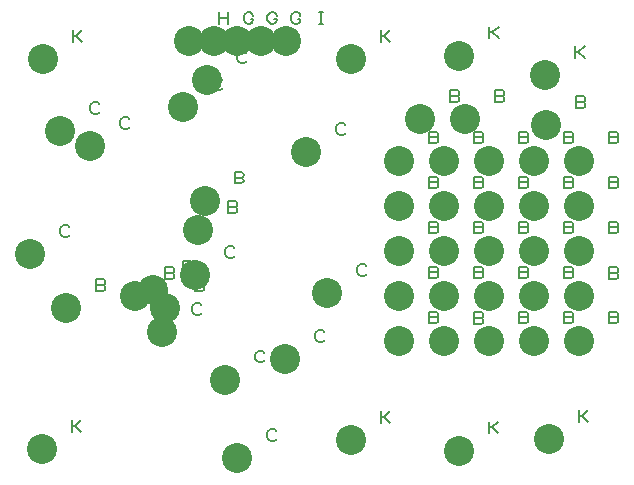
<source format=gbr>
%FSLAX23Y23*%
%MOIN*%
G04 EasyPC Gerber Version 17.0 Build 3379 *
%ADD14C,0.00500*%
%ADD13C,0.10000*%
X0Y0D02*
D02*
D13*
X813Y1288D03*
X853Y638D03*
X855Y1938D03*
X913Y1698D03*
X933Y1108D03*
X1013Y1648D03*
X1163Y1148D03*
X1223Y1168D03*
X1253Y1028D03*
X1263Y1108D03*
X1323Y1778D03*
X1343Y1998D03*
X1363Y1218D03*
X1373Y1368D03*
X1395Y1466D03*
X1403Y1868D03*
X1426Y1998D03*
X1463Y869D03*
X1503Y608D03*
X1504Y1998D03*
X1583D03*
X1663Y938D03*
X1666Y1998D03*
X1733Y1628D03*
X1803Y1158D03*
X1883Y668D03*
Y1938D03*
X2043Y1000D03*
Y1150D03*
Y1300D03*
Y1450D03*
Y1600D03*
X2113Y1738D03*
X2193Y998D03*
Y1150D03*
Y1300D03*
Y1450D03*
Y1600D03*
X2242Y634D03*
X2244Y1950D03*
X2263Y1738D03*
X2343Y1000D03*
Y1150D03*
Y1300D03*
Y1450D03*
Y1600D03*
X2493Y1000D03*
Y1150D03*
Y1300D03*
Y1450D03*
Y1600D03*
X2530Y1885D03*
X2533Y1718D03*
X2543Y672D03*
X2643Y1000D03*
Y1148D03*
Y1300D03*
Y1450D03*
Y1600D03*
D02*
D14*
X944Y1354D02*
X941Y1351D01*
X935Y1347*
X925*
X919Y1351*
X916Y1354*
X913Y1360*
Y1372*
X916Y1379*
X919Y1382*
X925Y1385*
X935*
X941Y1382*
X944Y1379*
X953Y697D02*
Y735D01*
Y716D02*
X962D01*
X984Y735*
X962Y716D02*
X984Y697D01*
X955Y1997D02*
Y2035D01*
Y2016D02*
X965D01*
X987Y2035*
X965Y2016D02*
X987Y1997D01*
X1044Y1764D02*
X1041Y1761D01*
X1035Y1757*
X1025*
X1019Y1761*
X1016Y1764*
X1013Y1770*
Y1782*
X1016Y1789*
X1019Y1792*
X1025Y1795*
X1035*
X1041Y1792*
X1044Y1789*
X1055Y1186D02*
X1061Y1183D01*
X1064Y1177*
X1061Y1171*
X1055Y1167*
X1033*
Y1205*
X1055*
X1061Y1202*
X1064Y1196*
X1061Y1189*
X1055Y1186*
X1033*
X1144Y1714D02*
X1141Y1711D01*
X1135Y1707*
X1125*
X1119Y1711*
X1116Y1714*
X1113Y1720*
Y1732*
X1116Y1739*
X1119Y1742*
X1125Y1745*
X1135*
X1141Y1742*
X1144Y1739*
X1285Y1226D02*
X1291Y1223D01*
X1294Y1217*
X1291Y1211*
X1285Y1207*
X1263*
Y1245*
X1285*
X1291Y1242*
X1294Y1236*
X1291Y1229*
X1285Y1226*
X1263*
X1345Y1246D02*
X1351Y1243D01*
X1354Y1237*
X1351Y1231*
X1345Y1227*
X1323*
Y1265*
X1345*
X1351Y1262*
X1354Y1256*
X1351Y1249*
X1345Y1246*
X1323*
X1384Y1094D02*
X1381Y1091D01*
X1375Y1087*
X1365*
X1359Y1091*
X1356Y1094*
X1353Y1100*
Y1112*
X1356Y1119*
X1359Y1122*
X1365Y1125*
X1375*
X1381Y1122*
X1384Y1119*
X1385Y1186D02*
X1391Y1183D01*
X1394Y1177*
X1391Y1171*
X1385Y1167*
X1363*
Y1205*
X1385*
X1391Y1202*
X1394Y1196*
X1391Y1189*
X1385Y1186*
X1363*
X1454Y1844D02*
X1451Y1841D01*
X1445Y1837*
X1435*
X1429Y1841*
X1426Y1844*
X1423Y1850*
Y1862*
X1426Y1869*
X1429Y1872*
X1435Y1875*
X1445*
X1451Y1872*
X1454Y1869*
X1443Y2057D02*
Y2095D01*
Y2076D02*
X1474D01*
Y2057D02*
Y2095D01*
X1494Y1284D02*
X1491Y1281D01*
X1485Y1277*
X1475*
X1469Y1281*
X1466Y1284*
X1463Y1290*
Y1302*
X1466Y1309*
X1469Y1312*
X1475Y1315*
X1485*
X1491Y1312*
X1494Y1309*
X1495Y1446D02*
X1501Y1443D01*
X1504Y1437*
X1501Y1431*
X1495Y1427*
X1473*
Y1465*
X1495*
X1501Y1462*
X1504Y1456*
X1501Y1449*
X1495Y1446*
X1473*
X1517Y1544D02*
X1524Y1541D01*
X1527Y1534*
X1524Y1528*
X1517Y1525*
X1495*
Y1562*
X1517*
X1524Y1559*
X1527Y1553*
X1524Y1547*
X1517Y1544*
X1495*
X1534Y1934D02*
X1531Y1931D01*
X1525Y1927*
X1515*
X1509Y1931*
X1506Y1934*
X1503Y1940*
Y1952*
X1506Y1959*
X1509Y1962*
X1515Y1965*
X1525*
X1531Y1962*
X1534Y1959*
X1548Y2073D02*
X1557D01*
Y2070*
X1554Y2064*
X1551Y2061*
X1544Y2057*
X1538*
X1532Y2061*
X1529Y2064*
X1526Y2070*
Y2082*
X1529Y2089*
X1532Y2092*
X1538Y2095*
X1544*
X1551Y2092*
X1554Y2089*
X1557Y2082*
X1594Y935D02*
X1591Y932D01*
X1585Y928*
X1575*
X1569Y932*
X1566Y935*
X1563Y941*
Y953*
X1566Y960*
X1569Y963*
X1575Y966*
X1585*
X1591Y963*
X1594Y960*
X1634Y674D02*
X1631Y671D01*
X1625Y667*
X1615*
X1609Y671*
X1606Y674*
X1603Y680*
Y692*
X1606Y699*
X1609Y702*
X1615Y705*
X1625*
X1631Y702*
X1634Y699*
X1626Y2073D02*
X1636D01*
Y2070*
X1633Y2064*
X1629Y2061*
X1623Y2057*
X1617*
X1611Y2061*
X1608Y2064*
X1604Y2070*
Y2082*
X1608Y2089*
X1611Y2092*
X1617Y2095*
X1623*
X1629Y2092*
X1633Y2089*
X1636Y2082*
X1705Y2073D02*
X1714D01*
Y2070*
X1711Y2064*
X1708Y2061*
X1702Y2057*
X1696*
X1689Y2061*
X1686Y2064*
X1683Y2070*
Y2082*
X1686Y2089*
X1689Y2092*
X1696Y2095*
X1702*
X1708Y2092*
X1711Y2089*
X1714Y2082*
X1794Y1004D02*
X1791Y1001D01*
X1785Y997*
X1775*
X1769Y1001*
X1766Y1004*
X1763Y1010*
Y1022*
X1766Y1029*
X1769Y1032*
X1775Y1035*
X1785*
X1791Y1032*
X1794Y1029*
X1775Y2057D02*
X1788D01*
X1781D02*
Y2095D01*
X1775D02*
X1788D01*
X1864Y1694D02*
X1861Y1691D01*
X1855Y1687*
X1845*
X1839Y1691*
X1836Y1694*
X1833Y1700*
Y1712*
X1836Y1719*
X1839Y1722*
X1845Y1725*
X1855*
X1861Y1722*
X1864Y1719*
X1934Y1224D02*
X1931Y1221D01*
X1925Y1217*
X1915*
X1909Y1221*
X1906Y1224*
X1903Y1230*
Y1242*
X1906Y1249*
X1909Y1252*
X1915Y1255*
X1925*
X1931Y1252*
X1934Y1249*
X1983Y727D02*
Y765D01*
Y746D02*
X1992D01*
X2014Y765*
X1992Y746D02*
X2014Y727D01*
X1983Y1997D02*
Y2035D01*
Y2016D02*
X1992D01*
X2014Y2035*
X1992Y2016D02*
X2014Y1997D01*
X2165Y1078D02*
X2171Y1075D01*
X2174Y1069*
X2171Y1062*
X2165Y1059*
X2143*
Y1097*
X2165*
X2171Y1094*
X2174Y1087*
X2171Y1081*
X2165Y1078*
X2143*
X2165Y1228D02*
X2171Y1225D01*
X2174Y1219*
X2171Y1212*
X2165Y1209*
X2143*
Y1247*
X2165*
X2171Y1244*
X2174Y1237*
X2171Y1231*
X2165Y1228*
X2143*
X2165Y1378D02*
X2171Y1375D01*
X2174Y1369*
X2171Y1362*
X2165Y1359*
X2143*
Y1397*
X2165*
X2171Y1394*
X2174Y1387*
X2171Y1381*
X2165Y1378*
X2143*
X2165Y1528D02*
X2171Y1525D01*
X2174Y1519*
X2171Y1512*
X2165Y1509*
X2143*
Y1547*
X2165*
X2171Y1544*
X2174Y1537*
X2171Y1531*
X2165Y1528*
X2143*
X2165Y1678D02*
X2171Y1675D01*
X2174Y1669*
X2171Y1662*
X2165Y1659*
X2143*
Y1697*
X2165*
X2171Y1694*
X2174Y1687*
X2171Y1681*
X2165Y1678*
X2143*
X2235Y1816D02*
X2241Y1813D01*
X2244Y1807*
X2241Y1801*
X2235Y1797*
X2213*
Y1835*
X2235*
X2241Y1832*
X2244Y1826*
X2241Y1819*
X2235Y1816*
X2213*
X2315Y1076D02*
X2321Y1073D01*
X2324Y1067*
X2321Y1061*
X2315Y1057*
X2293*
Y1095*
X2315*
X2321Y1092*
X2324Y1086*
X2321Y1079*
X2315Y1076*
X2293*
X2315Y1228D02*
X2321Y1225D01*
X2324Y1219*
X2321Y1212*
X2315Y1209*
X2293*
Y1247*
X2315*
X2321Y1244*
X2324Y1237*
X2321Y1231*
X2315Y1228*
X2293*
X2315Y1378D02*
X2321Y1375D01*
X2324Y1369*
X2321Y1362*
X2315Y1359*
X2293*
Y1397*
X2315*
X2321Y1394*
X2324Y1387*
X2321Y1381*
X2315Y1378*
X2293*
X2315Y1528D02*
X2321Y1525D01*
X2324Y1519*
X2321Y1512*
X2315Y1509*
X2293*
Y1547*
X2315*
X2321Y1544*
X2324Y1537*
X2321Y1531*
X2315Y1528*
X2293*
X2315Y1678D02*
X2321Y1675D01*
X2324Y1669*
X2321Y1662*
X2315Y1659*
X2293*
Y1697*
X2315*
X2321Y1694*
X2324Y1687*
X2321Y1681*
X2315Y1678*
X2293*
X2342Y693D02*
Y731D01*
Y712D02*
X2351D01*
X2373Y731*
X2351Y712D02*
X2373Y693D01*
X2344Y2009D02*
Y2047D01*
Y2028D02*
X2353D01*
X2375Y2047*
X2353Y2028D02*
X2375Y2009D01*
X2385Y1816D02*
X2391Y1813D01*
X2394Y1807*
X2391Y1801*
X2385Y1797*
X2363*
Y1835*
X2385*
X2391Y1832*
X2394Y1826*
X2391Y1819*
X2385Y1816*
X2363*
X2465Y1078D02*
X2471Y1075D01*
X2474Y1069*
X2471Y1062*
X2465Y1059*
X2443*
Y1097*
X2465*
X2471Y1094*
X2474Y1087*
X2471Y1081*
X2465Y1078*
X2443*
X2465Y1228D02*
X2471Y1225D01*
X2474Y1219*
X2471Y1212*
X2465Y1209*
X2443*
Y1247*
X2465*
X2471Y1244*
X2474Y1237*
X2471Y1231*
X2465Y1228*
X2443*
X2465Y1378D02*
X2471Y1375D01*
X2474Y1369*
X2471Y1362*
X2465Y1359*
X2443*
Y1397*
X2465*
X2471Y1394*
X2474Y1387*
X2471Y1381*
X2465Y1378*
X2443*
X2465Y1528D02*
X2471Y1525D01*
X2474Y1519*
X2471Y1512*
X2465Y1509*
X2443*
Y1547*
X2465*
X2471Y1544*
X2474Y1537*
X2471Y1531*
X2465Y1528*
X2443*
X2465Y1678D02*
X2471Y1675D01*
X2474Y1669*
X2471Y1662*
X2465Y1659*
X2443*
Y1697*
X2465*
X2471Y1694*
X2474Y1687*
X2471Y1681*
X2465Y1678*
X2443*
X2615Y1078D02*
X2621Y1075D01*
X2624Y1069*
X2621Y1062*
X2615Y1059*
X2593*
Y1097*
X2615*
X2621Y1094*
X2624Y1087*
X2621Y1081*
X2615Y1078*
X2593*
X2615Y1228D02*
X2621Y1225D01*
X2624Y1219*
X2621Y1212*
X2615Y1209*
X2593*
Y1247*
X2615*
X2621Y1244*
X2624Y1237*
X2621Y1231*
X2615Y1228*
X2593*
X2615Y1378D02*
X2621Y1375D01*
X2624Y1369*
X2621Y1362*
X2615Y1359*
X2593*
Y1397*
X2615*
X2621Y1394*
X2624Y1387*
X2621Y1381*
X2615Y1378*
X2593*
X2615Y1528D02*
X2621Y1525D01*
X2624Y1519*
X2621Y1512*
X2615Y1509*
X2593*
Y1547*
X2615*
X2621Y1544*
X2624Y1537*
X2621Y1531*
X2615Y1528*
X2593*
X2615Y1678D02*
X2621Y1675D01*
X2624Y1669*
X2621Y1662*
X2615Y1659*
X2593*
Y1697*
X2615*
X2621Y1694*
X2624Y1687*
X2621Y1681*
X2615Y1678*
X2593*
X2630Y1944D02*
Y1982D01*
Y1963D02*
X2639D01*
X2661Y1982*
X2639Y1963D02*
X2661Y1944D01*
X2655Y1796D02*
X2661Y1793D01*
X2664Y1787*
X2661Y1781*
X2655Y1777*
X2633*
Y1815*
X2655*
X2661Y1812*
X2664Y1806*
X2661Y1799*
X2655Y1796*
X2633*
X2643Y731D02*
Y769D01*
Y750D02*
X2652D01*
X2674Y769*
X2652Y750D02*
X2674Y731D01*
X2765Y1078D02*
X2771Y1075D01*
X2774Y1069*
X2771Y1062*
X2765Y1059*
X2743*
Y1097*
X2765*
X2771Y1094*
X2774Y1087*
X2771Y1081*
X2765Y1078*
X2743*
X2765Y1226D02*
X2771Y1223D01*
X2774Y1217*
X2771Y1211*
X2765Y1207*
X2743*
Y1245*
X2765*
X2771Y1242*
X2774Y1236*
X2771Y1229*
X2765Y1226*
X2743*
X2765Y1378D02*
X2771Y1375D01*
X2774Y1369*
X2771Y1362*
X2765Y1359*
X2743*
Y1397*
X2765*
X2771Y1394*
X2774Y1387*
X2771Y1381*
X2765Y1378*
X2743*
X2765Y1528D02*
X2771Y1525D01*
X2774Y1519*
X2771Y1512*
X2765Y1509*
X2743*
Y1547*
X2765*
X2771Y1544*
X2774Y1537*
X2771Y1531*
X2765Y1528*
X2743*
X2765Y1678D02*
X2771Y1675D01*
X2774Y1669*
X2771Y1662*
X2765Y1659*
X2743*
Y1697*
X2765*
X2771Y1694*
X2774Y1687*
X2771Y1681*
X2765Y1678*
X2743*
X0Y0D02*
M02*

</source>
